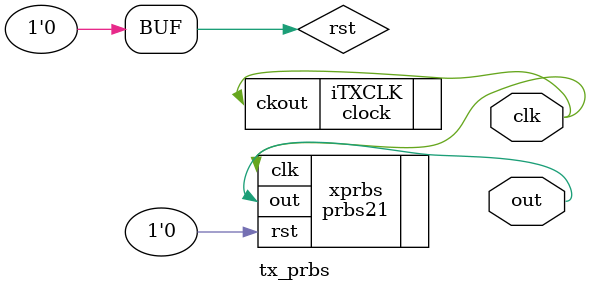
<source format=sv>
`include "mLingua_pwl.vh"

`default_nettype none

module tx_prbs #(
	parameter real freq=16e9,
	parameter real td=66.2e-12
) (
	output wire logic clk,
	output wire logic out
);

	// Internal signals

	logic rst;

	// TX reset
	
	initial begin
		rst = 'b1;
		#(1ns);
		rst = 'b0;
	end

	// TX clock

	clock #(
		.freq(freq),
		.duty(0.5),
		.td(td)
	) iTXCLK (
		.ckout(clk)
	);

	// TX data

 	prbs21 xprbs (
 		.clk(clk),
 		.rst(rst),
 		.out(out)
 	); 

endmodule

`default_nettype wire

</source>
